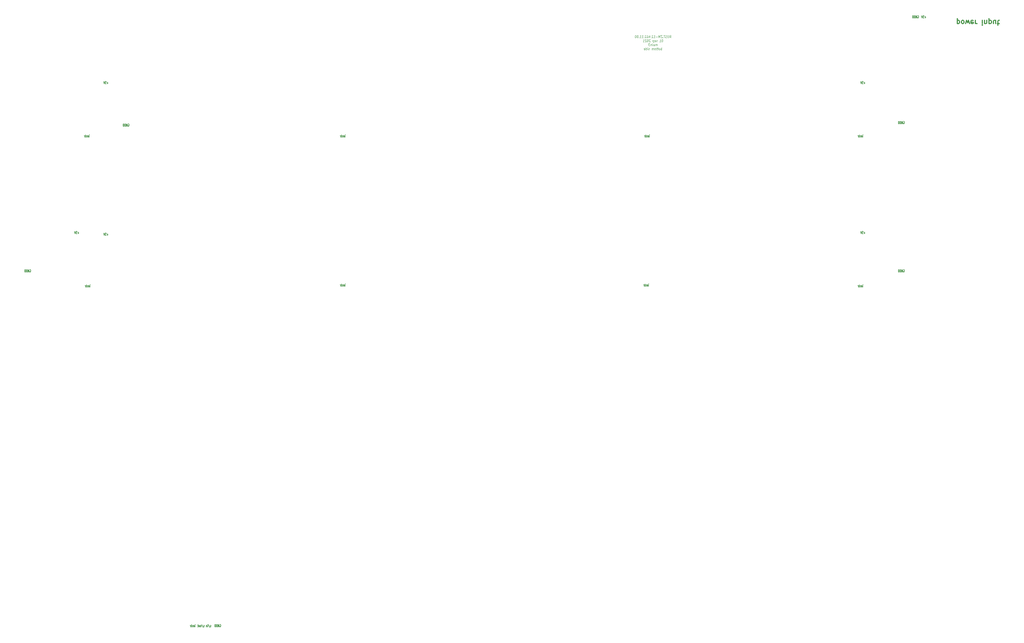
<source format=gbr>
%TF.GenerationSoftware,KiCad,Pcbnew,(5.99.0-12218-g749d2d5987)*%
%TF.CreationDate,2021-09-15T17:55:08+03:00*%
%TF.ProjectId,stend_main_stencil,7374656e-645f-46d6-9169-6e5f7374656e,rev*%
%TF.SameCoordinates,PX258bd10PYee998b0*%
%TF.FileFunction,Legend,Bot*%
%TF.FilePolarity,Positive*%
%FSLAX46Y46*%
G04 Gerber Fmt 4.6, Leading zero omitted, Abs format (unit mm)*
G04 Created by KiCad (PCBNEW (5.99.0-12218-g749d2d5987)) date 2021-09-15 17:55:08*
%MOMM*%
%LPD*%
G01*
G04 APERTURE LIST*
%ADD10C,0.127000*%
%ADD11C,0.076200*%
%ADD12C,0.300000*%
G04 APERTURE END LIST*
D10*
X22835809Y151547286D02*
X22835809Y152055286D01*
X22835809Y152309286D02*
X22860000Y152273000D01*
X22835809Y152236715D01*
X22811619Y152273000D01*
X22835809Y152309286D01*
X22835809Y152236715D01*
X22593904Y152055286D02*
X22593904Y151547286D01*
X22593904Y151982715D02*
X22569714Y152019000D01*
X22521333Y152055286D01*
X22448761Y152055286D01*
X22400380Y152019000D01*
X22376190Y151946429D01*
X22376190Y151547286D01*
X22158476Y151583572D02*
X22110095Y151547286D01*
X22013333Y151547286D01*
X21964952Y151583572D01*
X21940761Y151656143D01*
X21940761Y151692429D01*
X21964952Y151765000D01*
X22013333Y151801286D01*
X22085904Y151801286D01*
X22134285Y151837572D01*
X22158476Y151910143D01*
X22158476Y151946429D01*
X22134285Y152019000D01*
X22085904Y152055286D01*
X22013333Y152055286D01*
X21964952Y152019000D01*
X21795619Y152055286D02*
X21602095Y152055286D01*
X21723047Y152309286D02*
X21723047Y151656143D01*
X21698857Y151583572D01*
X21650476Y151547286D01*
X21602095Y151547286D01*
X21432761Y151547286D02*
X21432761Y152055286D01*
X21432761Y151910143D02*
X21408571Y151982715D01*
X21384380Y152019000D01*
X21336000Y152055286D01*
X21287619Y152055286D01*
X28593142Y168093572D02*
X28206095Y168093572D01*
X28399619Y167803286D02*
X28399619Y168383858D01*
X27722285Y168565286D02*
X27964190Y168565286D01*
X27988380Y168202429D01*
X27964190Y168238715D01*
X27915809Y168275000D01*
X27794857Y168275000D01*
X27746476Y168238715D01*
X27722285Y168202429D01*
X27698095Y168129858D01*
X27698095Y167948429D01*
X27722285Y167875858D01*
X27746476Y167839572D01*
X27794857Y167803286D01*
X27915809Y167803286D01*
X27964190Y167839572D01*
X27988380Y167875858D01*
X27552952Y168565286D02*
X27383619Y167803286D01*
X27214285Y168565286D01*
D11*
X199628880Y181835516D02*
X199840547Y182198373D01*
X199991738Y181835516D02*
X199991738Y182597516D01*
X199749833Y182597516D01*
X199689357Y182561230D01*
X199659119Y182524945D01*
X199628880Y182452373D01*
X199628880Y182343516D01*
X199659119Y182270945D01*
X199689357Y182234659D01*
X199749833Y182198373D01*
X199991738Y182198373D01*
X199356738Y182597516D02*
X199356738Y181980659D01*
X199326500Y181908088D01*
X199296261Y181871802D01*
X199235785Y181835516D01*
X199114833Y181835516D01*
X199054357Y181871802D01*
X199024119Y181908088D01*
X198993880Y181980659D01*
X198993880Y182597516D01*
X198721738Y181871802D02*
X198631023Y181835516D01*
X198479833Y181835516D01*
X198419357Y181871802D01*
X198389119Y181908088D01*
X198358880Y181980659D01*
X198358880Y182053230D01*
X198389119Y182125802D01*
X198419357Y182162088D01*
X198479833Y182198373D01*
X198600785Y182234659D01*
X198661261Y182270945D01*
X198691500Y182307230D01*
X198721738Y182379802D01*
X198721738Y182452373D01*
X198691500Y182524945D01*
X198661261Y182561230D01*
X198600785Y182597516D01*
X198449595Y182597516D01*
X198358880Y182561230D01*
X198177452Y182597516D02*
X197814595Y182597516D01*
X197996023Y181835516D02*
X197996023Y182597516D01*
X197602928Y181908088D02*
X197572690Y181871802D01*
X197602928Y181835516D01*
X197633166Y181871802D01*
X197602928Y181908088D01*
X197602928Y181835516D01*
X197361023Y182597516D02*
X196937690Y182597516D01*
X197361023Y181835516D01*
X196937690Y181835516D01*
X196695785Y181835516D02*
X196695785Y182597516D01*
X196484119Y182053230D01*
X196272452Y182597516D01*
X196272452Y181835516D01*
X195970071Y182125802D02*
X195486261Y182125802D01*
X194851261Y181835516D02*
X195214119Y181835516D01*
X195032690Y181835516D02*
X195032690Y182597516D01*
X195093166Y182488659D01*
X195153642Y182416088D01*
X195214119Y182379802D01*
X194609357Y182524945D02*
X194579119Y182561230D01*
X194518642Y182597516D01*
X194367452Y182597516D01*
X194306976Y182561230D01*
X194276738Y182524945D01*
X194246500Y182452373D01*
X194246500Y182379802D01*
X194276738Y182270945D01*
X194639595Y181835516D01*
X194246500Y181835516D01*
X193974357Y181908088D02*
X193944119Y181871802D01*
X193974357Y181835516D01*
X194004595Y181871802D01*
X193974357Y181908088D01*
X193974357Y181835516D01*
X193399833Y182343516D02*
X193399833Y181835516D01*
X193551023Y182633802D02*
X193702214Y182089516D01*
X193309119Y182089516D01*
X192946261Y182597516D02*
X192885785Y182597516D01*
X192825309Y182561230D01*
X192795071Y182524945D01*
X192764833Y182452373D01*
X192734595Y182307230D01*
X192734595Y182125802D01*
X192764833Y181980659D01*
X192795071Y181908088D01*
X192825309Y181871802D01*
X192885785Y181835516D01*
X192946261Y181835516D01*
X193006738Y181871802D01*
X193036976Y181908088D01*
X193067214Y181980659D01*
X193097452Y182125802D01*
X193097452Y182307230D01*
X193067214Y182452373D01*
X193036976Y182524945D01*
X193006738Y182561230D01*
X192946261Y182597516D01*
X192492690Y182524945D02*
X192462452Y182561230D01*
X192401976Y182597516D01*
X192250785Y182597516D01*
X192190309Y182561230D01*
X192160071Y182524945D01*
X192129833Y182452373D01*
X192129833Y182379802D01*
X192160071Y182270945D01*
X192522928Y181835516D01*
X192129833Y181835516D01*
X191857690Y181908088D02*
X191827452Y181871802D01*
X191857690Y181835516D01*
X191887928Y181871802D01*
X191857690Y181908088D01*
X191857690Y181835516D01*
X191222690Y181835516D02*
X191585547Y181835516D01*
X191404119Y181835516D02*
X191404119Y182597516D01*
X191464595Y182488659D01*
X191525071Y182416088D01*
X191585547Y182379802D01*
X190617928Y181835516D02*
X190980785Y181835516D01*
X190799357Y181835516D02*
X190799357Y182597516D01*
X190859833Y182488659D01*
X190920309Y182416088D01*
X190980785Y182379802D01*
X190345785Y181908088D02*
X190315547Y181871802D01*
X190345785Y181835516D01*
X190376023Y181871802D01*
X190345785Y181908088D01*
X190345785Y181835516D01*
X189922452Y182597516D02*
X189861976Y182597516D01*
X189801500Y182561230D01*
X189771261Y182524945D01*
X189741023Y182452373D01*
X189710785Y182307230D01*
X189710785Y182125802D01*
X189741023Y181980659D01*
X189771261Y181908088D01*
X189801500Y181871802D01*
X189861976Y181835516D01*
X189922452Y181835516D01*
X189982928Y181871802D01*
X190013166Y181908088D01*
X190043404Y181980659D01*
X190073642Y182125802D01*
X190073642Y182307230D01*
X190043404Y182452373D01*
X190013166Y182524945D01*
X189982928Y182561230D01*
X189922452Y182597516D01*
X189317690Y182597516D02*
X189257214Y182597516D01*
X189196738Y182561230D01*
X189166500Y182524945D01*
X189136261Y182452373D01*
X189106023Y182307230D01*
X189106023Y182125802D01*
X189136261Y181980659D01*
X189166500Y181908088D01*
X189196738Y181871802D01*
X189257214Y181835516D01*
X189317690Y181835516D01*
X189378166Y181871802D01*
X189408404Y181908088D01*
X189438642Y181980659D01*
X189468880Y182125802D01*
X189468880Y182307230D01*
X189438642Y182452373D01*
X189408404Y182524945D01*
X189378166Y182561230D01*
X189317690Y182597516D01*
X197406380Y181370696D02*
X197345904Y181370696D01*
X197285428Y181334410D01*
X197255190Y181298125D01*
X197224952Y181225553D01*
X197194714Y181080410D01*
X197194714Y180898982D01*
X197224952Y180753839D01*
X197255190Y180681268D01*
X197285428Y180644982D01*
X197345904Y180608696D01*
X197406380Y180608696D01*
X197466857Y180644982D01*
X197497095Y180681268D01*
X197527333Y180753839D01*
X197557571Y180898982D01*
X197557571Y181080410D01*
X197527333Y181225553D01*
X197497095Y181298125D01*
X197466857Y181334410D01*
X197406380Y181370696D01*
X196589952Y180608696D02*
X196952809Y180608696D01*
X196771380Y180608696D02*
X196771380Y181370696D01*
X196831857Y181261839D01*
X196892333Y181189268D01*
X196952809Y181152982D01*
X195864238Y180644982D02*
X195803761Y180608696D01*
X195682809Y180608696D01*
X195622333Y180644982D01*
X195592095Y180717553D01*
X195592095Y180753839D01*
X195622333Y180826410D01*
X195682809Y180862696D01*
X195773523Y180862696D01*
X195834000Y180898982D01*
X195864238Y180971553D01*
X195864238Y181007839D01*
X195834000Y181080410D01*
X195773523Y181116696D01*
X195682809Y181116696D01*
X195622333Y181080410D01*
X195078047Y180644982D02*
X195138523Y180608696D01*
X195259476Y180608696D01*
X195319952Y180644982D01*
X195350190Y180717553D01*
X195350190Y181007839D01*
X195319952Y181080410D01*
X195259476Y181116696D01*
X195138523Y181116696D01*
X195078047Y181080410D01*
X195047809Y181007839D01*
X195047809Y180935268D01*
X195350190Y180862696D01*
X194775666Y181116696D02*
X194775666Y180354696D01*
X194775666Y181080410D02*
X194715190Y181116696D01*
X194594238Y181116696D01*
X194533761Y181080410D01*
X194503523Y181044125D01*
X194473285Y180971553D01*
X194473285Y180753839D01*
X194503523Y180681268D01*
X194533761Y180644982D01*
X194594238Y180608696D01*
X194715190Y180608696D01*
X194775666Y180644982D01*
X193747571Y181298125D02*
X193717333Y181334410D01*
X193656857Y181370696D01*
X193505666Y181370696D01*
X193445190Y181334410D01*
X193414952Y181298125D01*
X193384714Y181225553D01*
X193384714Y181152982D01*
X193414952Y181044125D01*
X193777809Y180608696D01*
X193384714Y180608696D01*
X192991619Y181370696D02*
X192931142Y181370696D01*
X192870666Y181334410D01*
X192840428Y181298125D01*
X192810190Y181225553D01*
X192779952Y181080410D01*
X192779952Y180898982D01*
X192810190Y180753839D01*
X192840428Y180681268D01*
X192870666Y180644982D01*
X192931142Y180608696D01*
X192991619Y180608696D01*
X193052095Y180644982D01*
X193082333Y180681268D01*
X193112571Y180753839D01*
X193142809Y180898982D01*
X193142809Y181080410D01*
X193112571Y181225553D01*
X193082333Y181298125D01*
X193052095Y181334410D01*
X192991619Y181370696D01*
X192538047Y181298125D02*
X192507809Y181334410D01*
X192447333Y181370696D01*
X192296142Y181370696D01*
X192235666Y181334410D01*
X192205428Y181298125D01*
X192175190Y181225553D01*
X192175190Y181152982D01*
X192205428Y181044125D01*
X192568285Y180608696D01*
X192175190Y180608696D01*
X191570428Y180608696D02*
X191933285Y180608696D01*
X191751857Y180608696D02*
X191751857Y181370696D01*
X191812333Y181261839D01*
X191872809Y181189268D01*
X191933285Y181152982D01*
X195864238Y179381876D02*
X195864238Y179889876D01*
X195864238Y179817305D02*
X195834000Y179853590D01*
X195773523Y179889876D01*
X195682809Y179889876D01*
X195622333Y179853590D01*
X195592095Y179781019D01*
X195592095Y179381876D01*
X195592095Y179781019D02*
X195561857Y179853590D01*
X195501380Y179889876D01*
X195410666Y179889876D01*
X195350190Y179853590D01*
X195319952Y179781019D01*
X195319952Y179381876D01*
X194745428Y179381876D02*
X194745428Y179781019D01*
X194775666Y179853590D01*
X194836142Y179889876D01*
X194957095Y179889876D01*
X195017571Y179853590D01*
X194745428Y179418162D02*
X194805904Y179381876D01*
X194957095Y179381876D01*
X195017571Y179418162D01*
X195047809Y179490733D01*
X195047809Y179563305D01*
X195017571Y179635876D01*
X194957095Y179672162D01*
X194805904Y179672162D01*
X194745428Y179708448D01*
X194443047Y179381876D02*
X194443047Y179889876D01*
X194443047Y180143876D02*
X194473285Y180107590D01*
X194443047Y180071305D01*
X194412809Y180107590D01*
X194443047Y180143876D01*
X194443047Y180071305D01*
X194140666Y179889876D02*
X194140666Y179381876D01*
X194140666Y179817305D02*
X194110428Y179853590D01*
X194049952Y179889876D01*
X193959238Y179889876D01*
X193898761Y179853590D01*
X193868523Y179781019D01*
X193868523Y179381876D01*
X193626619Y180143876D02*
X193233523Y180143876D01*
X193445190Y179853590D01*
X193354476Y179853590D01*
X193294000Y179817305D01*
X193263761Y179781019D01*
X193233523Y179708448D01*
X193233523Y179527019D01*
X193263761Y179454448D01*
X193294000Y179418162D01*
X193354476Y179381876D01*
X193535904Y179381876D01*
X193596380Y179418162D01*
X193626619Y179454448D01*
X197270309Y178155056D02*
X197270309Y178917056D01*
X197270309Y178626770D02*
X197209833Y178663056D01*
X197088880Y178663056D01*
X197028404Y178626770D01*
X196998166Y178590485D01*
X196967928Y178517913D01*
X196967928Y178300199D01*
X196998166Y178227628D01*
X197028404Y178191342D01*
X197088880Y178155056D01*
X197209833Y178155056D01*
X197270309Y178191342D01*
X196605071Y178155056D02*
X196665547Y178191342D01*
X196695785Y178227628D01*
X196726023Y178300199D01*
X196726023Y178517913D01*
X196695785Y178590485D01*
X196665547Y178626770D01*
X196605071Y178663056D01*
X196514357Y178663056D01*
X196453880Y178626770D01*
X196423642Y178590485D01*
X196393404Y178517913D01*
X196393404Y178300199D01*
X196423642Y178227628D01*
X196453880Y178191342D01*
X196514357Y178155056D01*
X196605071Y178155056D01*
X196211976Y178663056D02*
X195970071Y178663056D01*
X196121261Y178917056D02*
X196121261Y178263913D01*
X196091023Y178191342D01*
X196030547Y178155056D01*
X195970071Y178155056D01*
X195849119Y178663056D02*
X195607214Y178663056D01*
X195758404Y178917056D02*
X195758404Y178263913D01*
X195728166Y178191342D01*
X195667690Y178155056D01*
X195607214Y178155056D01*
X195304833Y178155056D02*
X195365309Y178191342D01*
X195395547Y178227628D01*
X195425785Y178300199D01*
X195425785Y178517913D01*
X195395547Y178590485D01*
X195365309Y178626770D01*
X195304833Y178663056D01*
X195214119Y178663056D01*
X195153642Y178626770D01*
X195123404Y178590485D01*
X195093166Y178517913D01*
X195093166Y178300199D01*
X195123404Y178227628D01*
X195153642Y178191342D01*
X195214119Y178155056D01*
X195304833Y178155056D01*
X194821023Y178155056D02*
X194821023Y178663056D01*
X194821023Y178590485D02*
X194790785Y178626770D01*
X194730309Y178663056D01*
X194639595Y178663056D01*
X194579119Y178626770D01*
X194548880Y178554199D01*
X194548880Y178155056D01*
X194548880Y178554199D02*
X194518642Y178626770D01*
X194458166Y178663056D01*
X194367452Y178663056D01*
X194306976Y178626770D01*
X194276738Y178554199D01*
X194276738Y178155056D01*
X193520785Y178191342D02*
X193460309Y178155056D01*
X193339357Y178155056D01*
X193278880Y178191342D01*
X193248642Y178263913D01*
X193248642Y178300199D01*
X193278880Y178372770D01*
X193339357Y178409056D01*
X193430071Y178409056D01*
X193490547Y178445342D01*
X193520785Y178517913D01*
X193520785Y178554199D01*
X193490547Y178626770D01*
X193430071Y178663056D01*
X193339357Y178663056D01*
X193278880Y178626770D01*
X192976500Y178155056D02*
X192976500Y178663056D01*
X192976500Y178917056D02*
X193006738Y178880770D01*
X192976500Y178844485D01*
X192946261Y178880770D01*
X192976500Y178917056D01*
X192976500Y178844485D01*
X192401976Y178155056D02*
X192401976Y178917056D01*
X192401976Y178191342D02*
X192462452Y178155056D01*
X192583404Y178155056D01*
X192643880Y178191342D01*
X192674119Y178227628D01*
X192704357Y178300199D01*
X192704357Y178517913D01*
X192674119Y178590485D01*
X192643880Y178626770D01*
X192583404Y178663056D01*
X192462452Y178663056D01*
X192401976Y178626770D01*
X191857690Y178191342D02*
X191918166Y178155056D01*
X192039119Y178155056D01*
X192099595Y178191342D01*
X192129833Y178263913D01*
X192129833Y178554199D01*
X192099595Y178626770D01*
X192039119Y178663056D01*
X191918166Y178663056D01*
X191857690Y178626770D01*
X191827452Y178554199D01*
X191827452Y178481628D01*
X192129833Y178409056D01*
D10*
X28593142Y121865572D02*
X28206095Y121865572D01*
X28399619Y121575286D02*
X28399619Y122155858D01*
X27722285Y122337286D02*
X27964190Y122337286D01*
X27988380Y121974429D01*
X27964190Y122010715D01*
X27915809Y122047000D01*
X27794857Y122047000D01*
X27746476Y122010715D01*
X27722285Y121974429D01*
X27698095Y121901858D01*
X27698095Y121720429D01*
X27722285Y121647858D01*
X27746476Y121611572D01*
X27794857Y121575286D01*
X27915809Y121575286D01*
X27964190Y121611572D01*
X27988380Y121647858D01*
X27552952Y122337286D02*
X27383619Y121575286D01*
X27214285Y122337286D01*
X55093809Y2195286D02*
X55093809Y2703286D01*
X55093809Y2957286D02*
X55118000Y2921000D01*
X55093809Y2884715D01*
X55069619Y2921000D01*
X55093809Y2957286D01*
X55093809Y2884715D01*
X54851904Y2703286D02*
X54851904Y2195286D01*
X54851904Y2630715D02*
X54827714Y2667000D01*
X54779333Y2703286D01*
X54706761Y2703286D01*
X54658380Y2667000D01*
X54634190Y2594429D01*
X54634190Y2195286D01*
X54416476Y2231572D02*
X54368095Y2195286D01*
X54271333Y2195286D01*
X54222952Y2231572D01*
X54198761Y2304143D01*
X54198761Y2340429D01*
X54222952Y2413000D01*
X54271333Y2449286D01*
X54343904Y2449286D01*
X54392285Y2485572D01*
X54416476Y2558143D01*
X54416476Y2594429D01*
X54392285Y2667000D01*
X54343904Y2703286D01*
X54271333Y2703286D01*
X54222952Y2667000D01*
X54053619Y2703286D02*
X53860095Y2703286D01*
X53981047Y2957286D02*
X53981047Y2304143D01*
X53956857Y2231572D01*
X53908476Y2195286D01*
X53860095Y2195286D01*
X53690761Y2195286D02*
X53690761Y2703286D01*
X53690761Y2558143D02*
X53666571Y2630715D01*
X53642380Y2667000D01*
X53594000Y2703286D01*
X53545619Y2703286D01*
X34677047Y155575000D02*
X34725428Y155611286D01*
X34798000Y155611286D01*
X34870571Y155575000D01*
X34918952Y155502429D01*
X34943142Y155429858D01*
X34967333Y155284715D01*
X34967333Y155175858D01*
X34943142Y155030715D01*
X34918952Y154958143D01*
X34870571Y154885572D01*
X34798000Y154849286D01*
X34749619Y154849286D01*
X34677047Y154885572D01*
X34652857Y154921858D01*
X34652857Y155175858D01*
X34749619Y155175858D01*
X34435142Y154849286D02*
X34435142Y155611286D01*
X34144857Y154849286D01*
X34144857Y155611286D01*
X33902952Y154849286D02*
X33902952Y155611286D01*
X33782000Y155611286D01*
X33709428Y155575000D01*
X33661047Y155502429D01*
X33636857Y155429858D01*
X33612666Y155284715D01*
X33612666Y155175858D01*
X33636857Y155030715D01*
X33661047Y154958143D01*
X33709428Y154885572D01*
X33782000Y154849286D01*
X33902952Y154849286D01*
X33394952Y154849286D02*
X33394952Y155611286D01*
X33274000Y155611286D01*
X33201428Y155575000D01*
X33153047Y155502429D01*
X33128857Y155429858D01*
X33104666Y155284715D01*
X33104666Y155175858D01*
X33128857Y155030715D01*
X33153047Y154958143D01*
X33201428Y154885572D01*
X33274000Y154849286D01*
X33394952Y154849286D01*
X258547809Y151547286D02*
X258547809Y152055286D01*
X258547809Y152309286D02*
X258572000Y152273000D01*
X258547809Y152236715D01*
X258523619Y152273000D01*
X258547809Y152309286D01*
X258547809Y152236715D01*
X258305904Y152055286D02*
X258305904Y151547286D01*
X258305904Y151982715D02*
X258281714Y152019000D01*
X258233333Y152055286D01*
X258160761Y152055286D01*
X258112380Y152019000D01*
X258088190Y151946429D01*
X258088190Y151547286D01*
X257870476Y151583572D02*
X257822095Y151547286D01*
X257725333Y151547286D01*
X257676952Y151583572D01*
X257652761Y151656143D01*
X257652761Y151692429D01*
X257676952Y151765000D01*
X257725333Y151801286D01*
X257797904Y151801286D01*
X257846285Y151837572D01*
X257870476Y151910143D01*
X257870476Y151946429D01*
X257846285Y152019000D01*
X257797904Y152055286D01*
X257725333Y152055286D01*
X257676952Y152019000D01*
X257507619Y152055286D02*
X257314095Y152055286D01*
X257435047Y152309286D02*
X257435047Y151656143D01*
X257410857Y151583572D01*
X257362476Y151547286D01*
X257314095Y151547286D01*
X257144761Y151547286D02*
X257144761Y152055286D01*
X257144761Y151910143D02*
X257120571Y151982715D01*
X257096380Y152019000D01*
X257048000Y152055286D01*
X256999619Y152055286D01*
X259225142Y122373572D02*
X258838095Y122373572D01*
X259031619Y122083286D02*
X259031619Y122663858D01*
X258354285Y122845286D02*
X258596190Y122845286D01*
X258620380Y122482429D01*
X258596190Y122518715D01*
X258547809Y122555000D01*
X258426857Y122555000D01*
X258378476Y122518715D01*
X258354285Y122482429D01*
X258330095Y122409858D01*
X258330095Y122228429D01*
X258354285Y122155858D01*
X258378476Y122119572D01*
X258426857Y122083286D01*
X258547809Y122083286D01*
X258596190Y122119572D01*
X258620380Y122155858D01*
X258184952Y122845286D02*
X258015619Y122083286D01*
X257846285Y122845286D01*
X62617047Y2921000D02*
X62665428Y2957286D01*
X62738000Y2957286D01*
X62810571Y2921000D01*
X62858952Y2848429D01*
X62883142Y2775858D01*
X62907333Y2630715D01*
X62907333Y2521858D01*
X62883142Y2376715D01*
X62858952Y2304143D01*
X62810571Y2231572D01*
X62738000Y2195286D01*
X62689619Y2195286D01*
X62617047Y2231572D01*
X62592857Y2267858D01*
X62592857Y2521858D01*
X62689619Y2521858D01*
X62375142Y2195286D02*
X62375142Y2957286D01*
X62084857Y2195286D01*
X62084857Y2957286D01*
X61842952Y2195286D02*
X61842952Y2957286D01*
X61722000Y2957286D01*
X61649428Y2921000D01*
X61601047Y2848429D01*
X61576857Y2775858D01*
X61552666Y2630715D01*
X61552666Y2521858D01*
X61576857Y2376715D01*
X61601047Y2304143D01*
X61649428Y2231572D01*
X61722000Y2195286D01*
X61842952Y2195286D01*
X61334952Y2195286D02*
X61334952Y2957286D01*
X61214000Y2957286D01*
X61141428Y2921000D01*
X61093047Y2848429D01*
X61068857Y2775858D01*
X61044666Y2630715D01*
X61044666Y2521858D01*
X61068857Y2376715D01*
X61093047Y2304143D01*
X61141428Y2231572D01*
X61214000Y2195286D01*
X61334952Y2195286D01*
X100813809Y151547286D02*
X100813809Y152055286D01*
X100813809Y152309286D02*
X100838000Y152273000D01*
X100813809Y152236715D01*
X100789619Y152273000D01*
X100813809Y152309286D01*
X100813809Y152236715D01*
X100571904Y152055286D02*
X100571904Y151547286D01*
X100571904Y151982715D02*
X100547714Y152019000D01*
X100499333Y152055286D01*
X100426761Y152055286D01*
X100378380Y152019000D01*
X100354190Y151946429D01*
X100354190Y151547286D01*
X100136476Y151583572D02*
X100088095Y151547286D01*
X99991333Y151547286D01*
X99942952Y151583572D01*
X99918761Y151656143D01*
X99918761Y151692429D01*
X99942952Y151765000D01*
X99991333Y151801286D01*
X100063904Y151801286D01*
X100112285Y151837572D01*
X100136476Y151910143D01*
X100136476Y151946429D01*
X100112285Y152019000D01*
X100063904Y152055286D01*
X99991333Y152055286D01*
X99942952Y152019000D01*
X99773619Y152055286D02*
X99580095Y152055286D01*
X99701047Y152309286D02*
X99701047Y151656143D01*
X99676857Y151583572D01*
X99628476Y151547286D01*
X99580095Y151547286D01*
X99410761Y151547286D02*
X99410761Y152055286D01*
X99410761Y151910143D02*
X99386571Y151982715D01*
X99362380Y152019000D01*
X99314000Y152055286D01*
X99265619Y152055286D01*
X19703142Y122373572D02*
X19316095Y122373572D01*
X19509619Y122083286D02*
X19509619Y122663858D01*
X18832285Y122845286D02*
X19074190Y122845286D01*
X19098380Y122482429D01*
X19074190Y122518715D01*
X19025809Y122555000D01*
X18904857Y122555000D01*
X18856476Y122518715D01*
X18832285Y122482429D01*
X18808095Y122409858D01*
X18808095Y122228429D01*
X18832285Y122155858D01*
X18856476Y122119572D01*
X18904857Y122083286D01*
X19025809Y122083286D01*
X19074190Y122119572D01*
X19098380Y122155858D01*
X18662952Y122845286D02*
X18493619Y122083286D01*
X18324285Y122845286D01*
D12*
X287288285Y186160572D02*
X287288285Y187660572D01*
X287288285Y186232000D02*
X287431142Y186160572D01*
X287716857Y186160572D01*
X287859714Y186232000D01*
X287931142Y186303429D01*
X288002571Y186446286D01*
X288002571Y186874858D01*
X287931142Y187017715D01*
X287859714Y187089143D01*
X287716857Y187160572D01*
X287431142Y187160572D01*
X287288285Y187089143D01*
X288859714Y187160572D02*
X288716857Y187089143D01*
X288645428Y187017715D01*
X288574000Y186874858D01*
X288574000Y186446286D01*
X288645428Y186303429D01*
X288716857Y186232000D01*
X288859714Y186160572D01*
X289074000Y186160572D01*
X289216857Y186232000D01*
X289288285Y186303429D01*
X289359714Y186446286D01*
X289359714Y186874858D01*
X289288285Y187017715D01*
X289216857Y187089143D01*
X289074000Y187160572D01*
X288859714Y187160572D01*
X289859714Y186160572D02*
X290145428Y187160572D01*
X290431142Y186446286D01*
X290716857Y187160572D01*
X291002571Y186160572D01*
X292145428Y187089143D02*
X292002571Y187160572D01*
X291716857Y187160572D01*
X291574000Y187089143D01*
X291502571Y186946286D01*
X291502571Y186374858D01*
X291574000Y186232000D01*
X291716857Y186160572D01*
X292002571Y186160572D01*
X292145428Y186232000D01*
X292216857Y186374858D01*
X292216857Y186517715D01*
X291502571Y186660572D01*
X292859714Y187160572D02*
X292859714Y186160572D01*
X292859714Y186446286D02*
X292931142Y186303429D01*
X293002571Y186232000D01*
X293145428Y186160572D01*
X293288285Y186160572D01*
X294931142Y187160572D02*
X294931142Y186160572D01*
X294931142Y185660572D02*
X294859714Y185732000D01*
X294931142Y185803429D01*
X295002571Y185732000D01*
X294931142Y185660572D01*
X294931142Y185803429D01*
X295645428Y186160572D02*
X295645428Y187160572D01*
X295645428Y186303429D02*
X295716857Y186232000D01*
X295859714Y186160572D01*
X296074000Y186160572D01*
X296216857Y186232000D01*
X296288285Y186374858D01*
X296288285Y187160572D01*
X297002571Y186160572D02*
X297002571Y187660572D01*
X297002571Y186232000D02*
X297145428Y186160572D01*
X297431142Y186160572D01*
X297574000Y186232000D01*
X297645428Y186303429D01*
X297716857Y186446286D01*
X297716857Y186874858D01*
X297645428Y187017715D01*
X297574000Y187089143D01*
X297431142Y187160572D01*
X297145428Y187160572D01*
X297002571Y187089143D01*
X299002571Y186160572D02*
X299002571Y187160572D01*
X298359714Y186160572D02*
X298359714Y186946286D01*
X298431142Y187089143D01*
X298574000Y187160572D01*
X298788285Y187160572D01*
X298931142Y187089143D01*
X299002571Y187017715D01*
X299502571Y186160572D02*
X300074000Y186160572D01*
X299716857Y185660572D02*
X299716857Y186946286D01*
X299788285Y187089143D01*
X299931142Y187160572D01*
X300074000Y187160572D01*
D10*
X100813809Y106081286D02*
X100813809Y106589286D01*
X100813809Y106843286D02*
X100838000Y106807000D01*
X100813809Y106770715D01*
X100789619Y106807000D01*
X100813809Y106843286D01*
X100813809Y106770715D01*
X100571904Y106589286D02*
X100571904Y106081286D01*
X100571904Y106516715D02*
X100547714Y106553000D01*
X100499333Y106589286D01*
X100426761Y106589286D01*
X100378380Y106553000D01*
X100354190Y106480429D01*
X100354190Y106081286D01*
X100136476Y106117572D02*
X100088095Y106081286D01*
X99991333Y106081286D01*
X99942952Y106117572D01*
X99918761Y106190143D01*
X99918761Y106226429D01*
X99942952Y106299000D01*
X99991333Y106335286D01*
X100063904Y106335286D01*
X100112285Y106371572D01*
X100136476Y106444143D01*
X100136476Y106480429D01*
X100112285Y106553000D01*
X100063904Y106589286D01*
X99991333Y106589286D01*
X99942952Y106553000D01*
X99773619Y106589286D02*
X99580095Y106589286D01*
X99701047Y106843286D02*
X99701047Y106190143D01*
X99676857Y106117572D01*
X99628476Y106081286D01*
X99580095Y106081286D01*
X99410761Y106081286D02*
X99410761Y106589286D01*
X99410761Y106444143D02*
X99386571Y106516715D01*
X99362380Y106553000D01*
X99314000Y106589286D01*
X99265619Y106589286D01*
X193523809Y151547286D02*
X193523809Y152055286D01*
X193523809Y152309286D02*
X193548000Y152273000D01*
X193523809Y152236715D01*
X193499619Y152273000D01*
X193523809Y152309286D01*
X193523809Y152236715D01*
X193281904Y152055286D02*
X193281904Y151547286D01*
X193281904Y151982715D02*
X193257714Y152019000D01*
X193209333Y152055286D01*
X193136761Y152055286D01*
X193088380Y152019000D01*
X193064190Y151946429D01*
X193064190Y151547286D01*
X192846476Y151583572D02*
X192798095Y151547286D01*
X192701333Y151547286D01*
X192652952Y151583572D01*
X192628761Y151656143D01*
X192628761Y151692429D01*
X192652952Y151765000D01*
X192701333Y151801286D01*
X192773904Y151801286D01*
X192822285Y151837572D01*
X192846476Y151910143D01*
X192846476Y151946429D01*
X192822285Y152019000D01*
X192773904Y152055286D01*
X192701333Y152055286D01*
X192652952Y152019000D01*
X192483619Y152055286D02*
X192290095Y152055286D01*
X192411047Y152309286D02*
X192411047Y151656143D01*
X192386857Y151583572D01*
X192338476Y151547286D01*
X192290095Y151547286D01*
X192120761Y151547286D02*
X192120761Y152055286D01*
X192120761Y151910143D02*
X192096571Y151982715D01*
X192072380Y152019000D01*
X192024000Y152055286D01*
X191975619Y152055286D01*
X277767142Y188159572D02*
X277380095Y188159572D01*
X277573619Y187869286D02*
X277573619Y188449858D01*
X276896285Y188631286D02*
X277138190Y188631286D01*
X277162380Y188268429D01*
X277138190Y188304715D01*
X277089809Y188341000D01*
X276968857Y188341000D01*
X276920476Y188304715D01*
X276896285Y188268429D01*
X276872095Y188195858D01*
X276872095Y188014429D01*
X276896285Y187941858D01*
X276920476Y187905572D01*
X276968857Y187869286D01*
X277089809Y187869286D01*
X277138190Y187905572D01*
X277162380Y187941858D01*
X276726952Y188631286D02*
X276557619Y187869286D01*
X276388285Y188631286D01*
X193269809Y106081286D02*
X193269809Y106589286D01*
X193269809Y106843286D02*
X193294000Y106807000D01*
X193269809Y106770715D01*
X193245619Y106807000D01*
X193269809Y106843286D01*
X193269809Y106770715D01*
X193027904Y106589286D02*
X193027904Y106081286D01*
X193027904Y106516715D02*
X193003714Y106553000D01*
X192955333Y106589286D01*
X192882761Y106589286D01*
X192834380Y106553000D01*
X192810190Y106480429D01*
X192810190Y106081286D01*
X192592476Y106117572D02*
X192544095Y106081286D01*
X192447333Y106081286D01*
X192398952Y106117572D01*
X192374761Y106190143D01*
X192374761Y106226429D01*
X192398952Y106299000D01*
X192447333Y106335286D01*
X192519904Y106335286D01*
X192568285Y106371572D01*
X192592476Y106444143D01*
X192592476Y106480429D01*
X192568285Y106553000D01*
X192519904Y106589286D01*
X192447333Y106589286D01*
X192398952Y106553000D01*
X192229619Y106589286D02*
X192036095Y106589286D01*
X192157047Y106843286D02*
X192157047Y106190143D01*
X192132857Y106117572D01*
X192084476Y106081286D01*
X192036095Y106081286D01*
X191866761Y106081286D02*
X191866761Y106589286D01*
X191866761Y106444143D02*
X191842571Y106516715D01*
X191818380Y106553000D01*
X191770000Y106589286D01*
X191721619Y106589286D01*
X57875714Y2231572D02*
X57827333Y2195286D01*
X57730571Y2195286D01*
X57682190Y2231572D01*
X57658000Y2304143D01*
X57658000Y2340429D01*
X57682190Y2413000D01*
X57730571Y2449286D01*
X57803142Y2449286D01*
X57851523Y2485572D01*
X57875714Y2558143D01*
X57875714Y2594429D01*
X57851523Y2667000D01*
X57803142Y2703286D01*
X57730571Y2703286D01*
X57682190Y2667000D01*
X57077428Y2993572D02*
X57512857Y2013858D01*
X56835523Y2195286D02*
X56883904Y2231572D01*
X56908095Y2267858D01*
X56932285Y2340429D01*
X56932285Y2558143D01*
X56908095Y2630715D01*
X56883904Y2667000D01*
X56835523Y2703286D01*
X56762952Y2703286D01*
X56714571Y2667000D01*
X56690380Y2630715D01*
X56666190Y2558143D01*
X56666190Y2340429D01*
X56690380Y2267858D01*
X56714571Y2231572D01*
X56762952Y2195286D01*
X56835523Y2195286D01*
X56230761Y2703286D02*
X56230761Y2195286D01*
X56448476Y2703286D02*
X56448476Y2304143D01*
X56424285Y2231572D01*
X56375904Y2195286D01*
X56303333Y2195286D01*
X56254952Y2231572D01*
X56230761Y2267858D01*
X56061428Y2703286D02*
X55867904Y2703286D01*
X55988857Y2957286D02*
X55988857Y2304143D01*
X55964666Y2231572D01*
X55916285Y2195286D01*
X55867904Y2195286D01*
X259225142Y168093572D02*
X258838095Y168093572D01*
X259031619Y167803286D02*
X259031619Y168383858D01*
X258354285Y168565286D02*
X258596190Y168565286D01*
X258620380Y168202429D01*
X258596190Y168238715D01*
X258547809Y168275000D01*
X258426857Y168275000D01*
X258378476Y168238715D01*
X258354285Y168202429D01*
X258330095Y168129858D01*
X258330095Y167948429D01*
X258354285Y167875858D01*
X258378476Y167839572D01*
X258426857Y167803286D01*
X258547809Y167803286D01*
X258596190Y167839572D01*
X258620380Y167875858D01*
X258184952Y168565286D02*
X258015619Y167803286D01*
X257846285Y168565286D01*
X23089809Y105827286D02*
X23089809Y106335286D01*
X23089809Y106589286D02*
X23114000Y106553000D01*
X23089809Y106516715D01*
X23065619Y106553000D01*
X23089809Y106589286D01*
X23089809Y106516715D01*
X22847904Y106335286D02*
X22847904Y105827286D01*
X22847904Y106262715D02*
X22823714Y106299000D01*
X22775333Y106335286D01*
X22702761Y106335286D01*
X22654380Y106299000D01*
X22630190Y106226429D01*
X22630190Y105827286D01*
X22412476Y105863572D02*
X22364095Y105827286D01*
X22267333Y105827286D01*
X22218952Y105863572D01*
X22194761Y105936143D01*
X22194761Y105972429D01*
X22218952Y106045000D01*
X22267333Y106081286D01*
X22339904Y106081286D01*
X22388285Y106117572D01*
X22412476Y106190143D01*
X22412476Y106226429D01*
X22388285Y106299000D01*
X22339904Y106335286D01*
X22267333Y106335286D01*
X22218952Y106299000D01*
X22049619Y106335286D02*
X21856095Y106335286D01*
X21977047Y106589286D02*
X21977047Y105936143D01*
X21952857Y105863572D01*
X21904476Y105827286D01*
X21856095Y105827286D01*
X21686761Y105827286D02*
X21686761Y106335286D01*
X21686761Y106190143D02*
X21662571Y106262715D01*
X21638380Y106299000D01*
X21590000Y106335286D01*
X21541619Y106335286D01*
X59907714Y2231572D02*
X59859333Y2195286D01*
X59762571Y2195286D01*
X59714190Y2231572D01*
X59690000Y2304143D01*
X59690000Y2340429D01*
X59714190Y2413000D01*
X59762571Y2449286D01*
X59835142Y2449286D01*
X59883523Y2485572D01*
X59907714Y2558143D01*
X59907714Y2594429D01*
X59883523Y2667000D01*
X59835142Y2703286D01*
X59762571Y2703286D01*
X59714190Y2667000D01*
X59109428Y2993572D02*
X59544857Y2013858D01*
X58940095Y2195286D02*
X58940095Y2703286D01*
X58940095Y2957286D02*
X58964285Y2921000D01*
X58940095Y2884715D01*
X58915904Y2921000D01*
X58940095Y2957286D01*
X58940095Y2884715D01*
X58698190Y2703286D02*
X58698190Y2195286D01*
X58698190Y2630715D02*
X58674000Y2667000D01*
X58625619Y2703286D01*
X58553047Y2703286D01*
X58504666Y2667000D01*
X58480476Y2594429D01*
X58480476Y2195286D01*
X4705047Y111125000D02*
X4753428Y111161286D01*
X4826000Y111161286D01*
X4898571Y111125000D01*
X4946952Y111052429D01*
X4971142Y110979858D01*
X4995333Y110834715D01*
X4995333Y110725858D01*
X4971142Y110580715D01*
X4946952Y110508143D01*
X4898571Y110435572D01*
X4826000Y110399286D01*
X4777619Y110399286D01*
X4705047Y110435572D01*
X4680857Y110471858D01*
X4680857Y110725858D01*
X4777619Y110725858D01*
X4463142Y110399286D02*
X4463142Y111161286D01*
X4172857Y110399286D01*
X4172857Y111161286D01*
X3930952Y110399286D02*
X3930952Y111161286D01*
X3810000Y111161286D01*
X3737428Y111125000D01*
X3689047Y111052429D01*
X3664857Y110979858D01*
X3640666Y110834715D01*
X3640666Y110725858D01*
X3664857Y110580715D01*
X3689047Y110508143D01*
X3737428Y110435572D01*
X3810000Y110399286D01*
X3930952Y110399286D01*
X3422952Y110399286D02*
X3422952Y111161286D01*
X3302000Y111161286D01*
X3229428Y111125000D01*
X3181047Y111052429D01*
X3156857Y110979858D01*
X3132666Y110834715D01*
X3132666Y110725858D01*
X3156857Y110580715D01*
X3181047Y110508143D01*
X3229428Y110435572D01*
X3302000Y110399286D01*
X3422952Y110399286D01*
X275215047Y188595000D02*
X275263428Y188631286D01*
X275336000Y188631286D01*
X275408571Y188595000D01*
X275456952Y188522429D01*
X275481142Y188449858D01*
X275505333Y188304715D01*
X275505333Y188195858D01*
X275481142Y188050715D01*
X275456952Y187978143D01*
X275408571Y187905572D01*
X275336000Y187869286D01*
X275287619Y187869286D01*
X275215047Y187905572D01*
X275190857Y187941858D01*
X275190857Y188195858D01*
X275287619Y188195858D01*
X274973142Y187869286D02*
X274973142Y188631286D01*
X274682857Y187869286D01*
X274682857Y188631286D01*
X274440952Y187869286D02*
X274440952Y188631286D01*
X274320000Y188631286D01*
X274247428Y188595000D01*
X274199047Y188522429D01*
X274174857Y188449858D01*
X274150666Y188304715D01*
X274150666Y188195858D01*
X274174857Y188050715D01*
X274199047Y187978143D01*
X274247428Y187905572D01*
X274320000Y187869286D01*
X274440952Y187869286D01*
X273932952Y187869286D02*
X273932952Y188631286D01*
X273812000Y188631286D01*
X273739428Y188595000D01*
X273691047Y188522429D01*
X273666857Y188449858D01*
X273642666Y188304715D01*
X273642666Y188195858D01*
X273666857Y188050715D01*
X273691047Y187978143D01*
X273739428Y187905572D01*
X273812000Y187869286D01*
X273932952Y187869286D01*
X270897047Y156337000D02*
X270945428Y156373286D01*
X271018000Y156373286D01*
X271090571Y156337000D01*
X271138952Y156264429D01*
X271163142Y156191858D01*
X271187333Y156046715D01*
X271187333Y155937858D01*
X271163142Y155792715D01*
X271138952Y155720143D01*
X271090571Y155647572D01*
X271018000Y155611286D01*
X270969619Y155611286D01*
X270897047Y155647572D01*
X270872857Y155683858D01*
X270872857Y155937858D01*
X270969619Y155937858D01*
X270655142Y155611286D02*
X270655142Y156373286D01*
X270364857Y155611286D01*
X270364857Y156373286D01*
X270122952Y155611286D02*
X270122952Y156373286D01*
X270002000Y156373286D01*
X269929428Y156337000D01*
X269881047Y156264429D01*
X269856857Y156191858D01*
X269832666Y156046715D01*
X269832666Y155937858D01*
X269856857Y155792715D01*
X269881047Y155720143D01*
X269929428Y155647572D01*
X270002000Y155611286D01*
X270122952Y155611286D01*
X269614952Y155611286D02*
X269614952Y156373286D01*
X269494000Y156373286D01*
X269421428Y156337000D01*
X269373047Y156264429D01*
X269348857Y156191858D01*
X269324666Y156046715D01*
X269324666Y155937858D01*
X269348857Y155792715D01*
X269373047Y155720143D01*
X269421428Y155647572D01*
X269494000Y155611286D01*
X269614952Y155611286D01*
X258547809Y105827286D02*
X258547809Y106335286D01*
X258547809Y106589286D02*
X258572000Y106553000D01*
X258547809Y106516715D01*
X258523619Y106553000D01*
X258547809Y106589286D01*
X258547809Y106516715D01*
X258305904Y106335286D02*
X258305904Y105827286D01*
X258305904Y106262715D02*
X258281714Y106299000D01*
X258233333Y106335286D01*
X258160761Y106335286D01*
X258112380Y106299000D01*
X258088190Y106226429D01*
X258088190Y105827286D01*
X257870476Y105863572D02*
X257822095Y105827286D01*
X257725333Y105827286D01*
X257676952Y105863572D01*
X257652761Y105936143D01*
X257652761Y105972429D01*
X257676952Y106045000D01*
X257725333Y106081286D01*
X257797904Y106081286D01*
X257846285Y106117572D01*
X257870476Y106190143D01*
X257870476Y106226429D01*
X257846285Y106299000D01*
X257797904Y106335286D01*
X257725333Y106335286D01*
X257676952Y106299000D01*
X257507619Y106335286D02*
X257314095Y106335286D01*
X257435047Y106589286D02*
X257435047Y105936143D01*
X257410857Y105863572D01*
X257362476Y105827286D01*
X257314095Y105827286D01*
X257144761Y105827286D02*
X257144761Y106335286D01*
X257144761Y106190143D02*
X257120571Y106262715D01*
X257096380Y106299000D01*
X257048000Y106335286D01*
X256999619Y106335286D01*
X270897047Y111125000D02*
X270945428Y111161286D01*
X271018000Y111161286D01*
X271090571Y111125000D01*
X271138952Y111052429D01*
X271163142Y110979858D01*
X271187333Y110834715D01*
X271187333Y110725858D01*
X271163142Y110580715D01*
X271138952Y110508143D01*
X271090571Y110435572D01*
X271018000Y110399286D01*
X270969619Y110399286D01*
X270897047Y110435572D01*
X270872857Y110471858D01*
X270872857Y110725858D01*
X270969619Y110725858D01*
X270655142Y110399286D02*
X270655142Y111161286D01*
X270364857Y110399286D01*
X270364857Y111161286D01*
X270122952Y110399286D02*
X270122952Y111161286D01*
X270002000Y111161286D01*
X269929428Y111125000D01*
X269881047Y111052429D01*
X269856857Y110979858D01*
X269832666Y110834715D01*
X269832666Y110725858D01*
X269856857Y110580715D01*
X269881047Y110508143D01*
X269929428Y110435572D01*
X270002000Y110399286D01*
X270122952Y110399286D01*
X269614952Y110399286D02*
X269614952Y111161286D01*
X269494000Y111161286D01*
X269421428Y111125000D01*
X269373047Y111052429D01*
X269348857Y110979858D01*
X269324666Y110834715D01*
X269324666Y110725858D01*
X269348857Y110580715D01*
X269373047Y110508143D01*
X269421428Y110435572D01*
X269494000Y110399286D01*
X269614952Y110399286D01*
M02*

</source>
